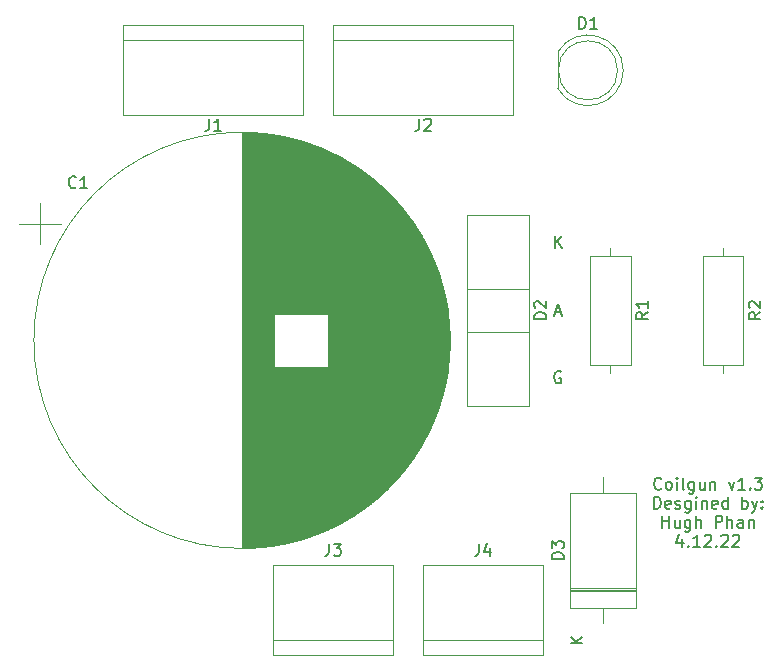
<source format=gto>
%TF.GenerationSoftware,KiCad,Pcbnew,(6.0.9)*%
%TF.CreationDate,2022-12-04T20:19:28+11:00*%
%TF.ProjectId,Coilgun 1.3,436f696c-6775-46e2-9031-2e332e6b6963,1.3*%
%TF.SameCoordinates,Original*%
%TF.FileFunction,Legend,Top*%
%TF.FilePolarity,Positive*%
%FSLAX46Y46*%
G04 Gerber Fmt 4.6, Leading zero omitted, Abs format (unit mm)*
G04 Created by KiCad (PCBNEW (6.0.9)) date 2022-12-04 20:19:28*
%MOMM*%
%LPD*%
G01*
G04 APERTURE LIST*
%ADD10C,0.150000*%
%ADD11C,0.120000*%
G04 APERTURE END LIST*
D10*
X185277619Y-101447142D02*
X185230000Y-101494761D01*
X185087142Y-101542380D01*
X184991904Y-101542380D01*
X184849047Y-101494761D01*
X184753809Y-101399523D01*
X184706190Y-101304285D01*
X184658571Y-101113809D01*
X184658571Y-100970952D01*
X184706190Y-100780476D01*
X184753809Y-100685238D01*
X184849047Y-100590000D01*
X184991904Y-100542380D01*
X185087142Y-100542380D01*
X185230000Y-100590000D01*
X185277619Y-100637619D01*
X185849047Y-101542380D02*
X185753809Y-101494761D01*
X185706190Y-101447142D01*
X185658571Y-101351904D01*
X185658571Y-101066190D01*
X185706190Y-100970952D01*
X185753809Y-100923333D01*
X185849047Y-100875714D01*
X185991904Y-100875714D01*
X186087142Y-100923333D01*
X186134761Y-100970952D01*
X186182380Y-101066190D01*
X186182380Y-101351904D01*
X186134761Y-101447142D01*
X186087142Y-101494761D01*
X185991904Y-101542380D01*
X185849047Y-101542380D01*
X186610952Y-101542380D02*
X186610952Y-100875714D01*
X186610952Y-100542380D02*
X186563333Y-100590000D01*
X186610952Y-100637619D01*
X186658571Y-100590000D01*
X186610952Y-100542380D01*
X186610952Y-100637619D01*
X187230000Y-101542380D02*
X187134761Y-101494761D01*
X187087142Y-101399523D01*
X187087142Y-100542380D01*
X188039523Y-100875714D02*
X188039523Y-101685238D01*
X187991904Y-101780476D01*
X187944285Y-101828095D01*
X187849047Y-101875714D01*
X187706190Y-101875714D01*
X187610952Y-101828095D01*
X188039523Y-101494761D02*
X187944285Y-101542380D01*
X187753809Y-101542380D01*
X187658571Y-101494761D01*
X187610952Y-101447142D01*
X187563333Y-101351904D01*
X187563333Y-101066190D01*
X187610952Y-100970952D01*
X187658571Y-100923333D01*
X187753809Y-100875714D01*
X187944285Y-100875714D01*
X188039523Y-100923333D01*
X188944285Y-100875714D02*
X188944285Y-101542380D01*
X188515714Y-100875714D02*
X188515714Y-101399523D01*
X188563333Y-101494761D01*
X188658571Y-101542380D01*
X188801428Y-101542380D01*
X188896666Y-101494761D01*
X188944285Y-101447142D01*
X189420476Y-100875714D02*
X189420476Y-101542380D01*
X189420476Y-100970952D02*
X189468095Y-100923333D01*
X189563333Y-100875714D01*
X189706190Y-100875714D01*
X189801428Y-100923333D01*
X189849047Y-101018571D01*
X189849047Y-101542380D01*
X190991904Y-100875714D02*
X191230000Y-101542380D01*
X191468095Y-100875714D01*
X192372857Y-101542380D02*
X191801428Y-101542380D01*
X192087142Y-101542380D02*
X192087142Y-100542380D01*
X191991904Y-100685238D01*
X191896666Y-100780476D01*
X191801428Y-100828095D01*
X192801428Y-101447142D02*
X192849047Y-101494761D01*
X192801428Y-101542380D01*
X192753809Y-101494761D01*
X192801428Y-101447142D01*
X192801428Y-101542380D01*
X193182380Y-100542380D02*
X193801428Y-100542380D01*
X193468095Y-100923333D01*
X193610952Y-100923333D01*
X193706190Y-100970952D01*
X193753809Y-101018571D01*
X193801428Y-101113809D01*
X193801428Y-101351904D01*
X193753809Y-101447142D01*
X193706190Y-101494761D01*
X193610952Y-101542380D01*
X193325238Y-101542380D01*
X193230000Y-101494761D01*
X193182380Y-101447142D01*
X184658571Y-103152380D02*
X184658571Y-102152380D01*
X184896666Y-102152380D01*
X185039523Y-102200000D01*
X185134761Y-102295238D01*
X185182380Y-102390476D01*
X185230000Y-102580952D01*
X185230000Y-102723809D01*
X185182380Y-102914285D01*
X185134761Y-103009523D01*
X185039523Y-103104761D01*
X184896666Y-103152380D01*
X184658571Y-103152380D01*
X186039523Y-103104761D02*
X185944285Y-103152380D01*
X185753809Y-103152380D01*
X185658571Y-103104761D01*
X185610952Y-103009523D01*
X185610952Y-102628571D01*
X185658571Y-102533333D01*
X185753809Y-102485714D01*
X185944285Y-102485714D01*
X186039523Y-102533333D01*
X186087142Y-102628571D01*
X186087142Y-102723809D01*
X185610952Y-102819047D01*
X186468095Y-103104761D02*
X186563333Y-103152380D01*
X186753809Y-103152380D01*
X186849047Y-103104761D01*
X186896666Y-103009523D01*
X186896666Y-102961904D01*
X186849047Y-102866666D01*
X186753809Y-102819047D01*
X186610952Y-102819047D01*
X186515714Y-102771428D01*
X186468095Y-102676190D01*
X186468095Y-102628571D01*
X186515714Y-102533333D01*
X186610952Y-102485714D01*
X186753809Y-102485714D01*
X186849047Y-102533333D01*
X187753809Y-102485714D02*
X187753809Y-103295238D01*
X187706190Y-103390476D01*
X187658571Y-103438095D01*
X187563333Y-103485714D01*
X187420476Y-103485714D01*
X187325238Y-103438095D01*
X187753809Y-103104761D02*
X187658571Y-103152380D01*
X187468095Y-103152380D01*
X187372857Y-103104761D01*
X187325238Y-103057142D01*
X187277619Y-102961904D01*
X187277619Y-102676190D01*
X187325238Y-102580952D01*
X187372857Y-102533333D01*
X187468095Y-102485714D01*
X187658571Y-102485714D01*
X187753809Y-102533333D01*
X188230000Y-103152380D02*
X188230000Y-102485714D01*
X188230000Y-102152380D02*
X188182380Y-102200000D01*
X188230000Y-102247619D01*
X188277619Y-102200000D01*
X188230000Y-102152380D01*
X188230000Y-102247619D01*
X188706190Y-102485714D02*
X188706190Y-103152380D01*
X188706190Y-102580952D02*
X188753809Y-102533333D01*
X188849047Y-102485714D01*
X188991904Y-102485714D01*
X189087142Y-102533333D01*
X189134761Y-102628571D01*
X189134761Y-103152380D01*
X189991904Y-103104761D02*
X189896666Y-103152380D01*
X189706190Y-103152380D01*
X189610952Y-103104761D01*
X189563333Y-103009523D01*
X189563333Y-102628571D01*
X189610952Y-102533333D01*
X189706190Y-102485714D01*
X189896666Y-102485714D01*
X189991904Y-102533333D01*
X190039523Y-102628571D01*
X190039523Y-102723809D01*
X189563333Y-102819047D01*
X190896666Y-103152380D02*
X190896666Y-102152380D01*
X190896666Y-103104761D02*
X190801428Y-103152380D01*
X190610952Y-103152380D01*
X190515714Y-103104761D01*
X190468095Y-103057142D01*
X190420476Y-102961904D01*
X190420476Y-102676190D01*
X190468095Y-102580952D01*
X190515714Y-102533333D01*
X190610952Y-102485714D01*
X190801428Y-102485714D01*
X190896666Y-102533333D01*
X192134761Y-103152380D02*
X192134761Y-102152380D01*
X192134761Y-102533333D02*
X192230000Y-102485714D01*
X192420476Y-102485714D01*
X192515714Y-102533333D01*
X192563333Y-102580952D01*
X192610952Y-102676190D01*
X192610952Y-102961904D01*
X192563333Y-103057142D01*
X192515714Y-103104761D01*
X192420476Y-103152380D01*
X192230000Y-103152380D01*
X192134761Y-103104761D01*
X192944285Y-102485714D02*
X193182380Y-103152380D01*
X193420476Y-102485714D02*
X193182380Y-103152380D01*
X193087142Y-103390476D01*
X193039523Y-103438095D01*
X192944285Y-103485714D01*
X193801428Y-103057142D02*
X193849047Y-103104761D01*
X193801428Y-103152380D01*
X193753809Y-103104761D01*
X193801428Y-103057142D01*
X193801428Y-103152380D01*
X193801428Y-102533333D02*
X193849047Y-102580952D01*
X193801428Y-102628571D01*
X193753809Y-102580952D01*
X193801428Y-102533333D01*
X193801428Y-102628571D01*
X185349047Y-104762380D02*
X185349047Y-103762380D01*
X185349047Y-104238571D02*
X185920476Y-104238571D01*
X185920476Y-104762380D02*
X185920476Y-103762380D01*
X186825238Y-104095714D02*
X186825238Y-104762380D01*
X186396666Y-104095714D02*
X186396666Y-104619523D01*
X186444285Y-104714761D01*
X186539523Y-104762380D01*
X186682380Y-104762380D01*
X186777619Y-104714761D01*
X186825238Y-104667142D01*
X187730000Y-104095714D02*
X187730000Y-104905238D01*
X187682380Y-105000476D01*
X187634761Y-105048095D01*
X187539523Y-105095714D01*
X187396666Y-105095714D01*
X187301428Y-105048095D01*
X187730000Y-104714761D02*
X187634761Y-104762380D01*
X187444285Y-104762380D01*
X187349047Y-104714761D01*
X187301428Y-104667142D01*
X187253809Y-104571904D01*
X187253809Y-104286190D01*
X187301428Y-104190952D01*
X187349047Y-104143333D01*
X187444285Y-104095714D01*
X187634761Y-104095714D01*
X187730000Y-104143333D01*
X188206190Y-104762380D02*
X188206190Y-103762380D01*
X188634761Y-104762380D02*
X188634761Y-104238571D01*
X188587142Y-104143333D01*
X188491904Y-104095714D01*
X188349047Y-104095714D01*
X188253809Y-104143333D01*
X188206190Y-104190952D01*
X189872857Y-104762380D02*
X189872857Y-103762380D01*
X190253809Y-103762380D01*
X190349047Y-103810000D01*
X190396666Y-103857619D01*
X190444285Y-103952857D01*
X190444285Y-104095714D01*
X190396666Y-104190952D01*
X190349047Y-104238571D01*
X190253809Y-104286190D01*
X189872857Y-104286190D01*
X190872857Y-104762380D02*
X190872857Y-103762380D01*
X191301428Y-104762380D02*
X191301428Y-104238571D01*
X191253809Y-104143333D01*
X191158571Y-104095714D01*
X191015714Y-104095714D01*
X190920476Y-104143333D01*
X190872857Y-104190952D01*
X192206190Y-104762380D02*
X192206190Y-104238571D01*
X192158571Y-104143333D01*
X192063333Y-104095714D01*
X191872857Y-104095714D01*
X191777619Y-104143333D01*
X192206190Y-104714761D02*
X192110952Y-104762380D01*
X191872857Y-104762380D01*
X191777619Y-104714761D01*
X191730000Y-104619523D01*
X191730000Y-104524285D01*
X191777619Y-104429047D01*
X191872857Y-104381428D01*
X192110952Y-104381428D01*
X192206190Y-104333809D01*
X192682380Y-104095714D02*
X192682380Y-104762380D01*
X192682380Y-104190952D02*
X192730000Y-104143333D01*
X192825238Y-104095714D01*
X192968095Y-104095714D01*
X193063333Y-104143333D01*
X193110952Y-104238571D01*
X193110952Y-104762380D01*
X187039523Y-105705714D02*
X187039523Y-106372380D01*
X186801428Y-105324761D02*
X186563333Y-106039047D01*
X187182380Y-106039047D01*
X187563333Y-106277142D02*
X187610952Y-106324761D01*
X187563333Y-106372380D01*
X187515714Y-106324761D01*
X187563333Y-106277142D01*
X187563333Y-106372380D01*
X188563333Y-106372380D02*
X187991904Y-106372380D01*
X188277619Y-106372380D02*
X188277619Y-105372380D01*
X188182380Y-105515238D01*
X188087142Y-105610476D01*
X187991904Y-105658095D01*
X188944285Y-105467619D02*
X188991904Y-105420000D01*
X189087142Y-105372380D01*
X189325238Y-105372380D01*
X189420476Y-105420000D01*
X189468095Y-105467619D01*
X189515714Y-105562857D01*
X189515714Y-105658095D01*
X189468095Y-105800952D01*
X188896666Y-106372380D01*
X189515714Y-106372380D01*
X189944285Y-106277142D02*
X189991904Y-106324761D01*
X189944285Y-106372380D01*
X189896666Y-106324761D01*
X189944285Y-106277142D01*
X189944285Y-106372380D01*
X190372857Y-105467619D02*
X190420476Y-105420000D01*
X190515714Y-105372380D01*
X190753809Y-105372380D01*
X190849047Y-105420000D01*
X190896666Y-105467619D01*
X190944285Y-105562857D01*
X190944285Y-105658095D01*
X190896666Y-105800952D01*
X190325238Y-106372380D01*
X190944285Y-106372380D01*
X191325238Y-105467619D02*
X191372857Y-105420000D01*
X191468095Y-105372380D01*
X191706190Y-105372380D01*
X191801428Y-105420000D01*
X191849047Y-105467619D01*
X191896666Y-105562857D01*
X191896666Y-105658095D01*
X191849047Y-105800952D01*
X191277619Y-106372380D01*
X191896666Y-106372380D01*
X176771659Y-91569894D02*
X176676421Y-91522274D01*
X176533564Y-91522274D01*
X176390707Y-91569894D01*
X176295469Y-91665132D01*
X176247850Y-91760370D01*
X176200231Y-91950846D01*
X176200231Y-92093703D01*
X176247850Y-92284179D01*
X176295469Y-92379417D01*
X176390707Y-92474655D01*
X176533564Y-92522274D01*
X176628802Y-92522274D01*
X176771659Y-92474655D01*
X176819278Y-92427036D01*
X176819278Y-92093703D01*
X176628802Y-92093703D01*
X176291904Y-86526666D02*
X176768095Y-86526666D01*
X176196666Y-86812380D02*
X176530000Y-85812380D01*
X176863333Y-86812380D01*
X176268095Y-81097380D02*
X176268095Y-80097380D01*
X176839523Y-81097380D02*
X176410952Y-80525952D01*
X176839523Y-80097380D02*
X176268095Y-80668809D01*
%TO.C,J4*%
X169846666Y-106132380D02*
X169846666Y-106846666D01*
X169799047Y-106989523D01*
X169703809Y-107084761D01*
X169560952Y-107132380D01*
X169465714Y-107132380D01*
X170751428Y-106465714D02*
X170751428Y-107132380D01*
X170513333Y-106084761D02*
X170275238Y-106799047D01*
X170894285Y-106799047D01*
%TO.C,J3*%
X157146666Y-106132380D02*
X157146666Y-106846666D01*
X157099047Y-106989523D01*
X157003809Y-107084761D01*
X156860952Y-107132380D01*
X156765714Y-107132380D01*
X157527619Y-106132380D02*
X158146666Y-106132380D01*
X157813333Y-106513333D01*
X157956190Y-106513333D01*
X158051428Y-106560952D01*
X158099047Y-106608571D01*
X158146666Y-106703809D01*
X158146666Y-106941904D01*
X158099047Y-107037142D01*
X158051428Y-107084761D01*
X157956190Y-107132380D01*
X157670476Y-107132380D01*
X157575238Y-107084761D01*
X157527619Y-107037142D01*
%TO.C,J2*%
X164796666Y-70142380D02*
X164796666Y-70856666D01*
X164749047Y-70999523D01*
X164653809Y-71094761D01*
X164510952Y-71142380D01*
X164415714Y-71142380D01*
X165225238Y-70237619D02*
X165272857Y-70190000D01*
X165368095Y-70142380D01*
X165606190Y-70142380D01*
X165701428Y-70190000D01*
X165749047Y-70237619D01*
X165796666Y-70332857D01*
X165796666Y-70428095D01*
X165749047Y-70570952D01*
X165177619Y-71142380D01*
X165796666Y-71142380D01*
%TO.C,J1*%
X147016666Y-70142380D02*
X147016666Y-70856666D01*
X146969047Y-70999523D01*
X146873809Y-71094761D01*
X146730952Y-71142380D01*
X146635714Y-71142380D01*
X148016666Y-71142380D02*
X147445238Y-71142380D01*
X147730952Y-71142380D02*
X147730952Y-70142380D01*
X147635714Y-70285238D01*
X147540476Y-70380476D01*
X147445238Y-70428095D01*
%TO.C,R2*%
X193672380Y-86526666D02*
X193196190Y-86860000D01*
X193672380Y-87098095D02*
X192672380Y-87098095D01*
X192672380Y-86717142D01*
X192720000Y-86621904D01*
X192767619Y-86574285D01*
X192862857Y-86526666D01*
X193005714Y-86526666D01*
X193100952Y-86574285D01*
X193148571Y-86621904D01*
X193196190Y-86717142D01*
X193196190Y-87098095D01*
X192767619Y-86145714D02*
X192720000Y-86098095D01*
X192672380Y-86002857D01*
X192672380Y-85764761D01*
X192720000Y-85669523D01*
X192767619Y-85621904D01*
X192862857Y-85574285D01*
X192958095Y-85574285D01*
X193100952Y-85621904D01*
X193672380Y-86193333D01*
X193672380Y-85574285D01*
%TO.C,R1*%
X184147380Y-86526666D02*
X183671190Y-86860000D01*
X184147380Y-87098095D02*
X183147380Y-87098095D01*
X183147380Y-86717142D01*
X183195000Y-86621904D01*
X183242619Y-86574285D01*
X183337857Y-86526666D01*
X183480714Y-86526666D01*
X183575952Y-86574285D01*
X183623571Y-86621904D01*
X183671190Y-86717142D01*
X183671190Y-87098095D01*
X184147380Y-85574285D02*
X184147380Y-86145714D01*
X184147380Y-85860000D02*
X183147380Y-85860000D01*
X183290238Y-85955238D01*
X183385476Y-86050476D01*
X183433095Y-86145714D01*
%TO.C,D3*%
X177007380Y-107418095D02*
X176007380Y-107418095D01*
X176007380Y-107180000D01*
X176055000Y-107037142D01*
X176150238Y-106941904D01*
X176245476Y-106894285D01*
X176435952Y-106846666D01*
X176578809Y-106846666D01*
X176769285Y-106894285D01*
X176864523Y-106941904D01*
X176959761Y-107037142D01*
X177007380Y-107180000D01*
X177007380Y-107418095D01*
X176007380Y-106513333D02*
X176007380Y-105894285D01*
X176388333Y-106227619D01*
X176388333Y-106084761D01*
X176435952Y-105989523D01*
X176483571Y-105941904D01*
X176578809Y-105894285D01*
X176816904Y-105894285D01*
X176912142Y-105941904D01*
X176959761Y-105989523D01*
X177007380Y-106084761D01*
X177007380Y-106370476D01*
X176959761Y-106465714D01*
X176912142Y-106513333D01*
X178592380Y-114561904D02*
X177592380Y-114561904D01*
X178592380Y-113990476D02*
X178020952Y-114419047D01*
X177592380Y-113990476D02*
X178163809Y-114561904D01*
%TO.C,D2*%
X175532380Y-87098095D02*
X174532380Y-87098095D01*
X174532380Y-86860000D01*
X174580000Y-86717142D01*
X174675238Y-86621904D01*
X174770476Y-86574285D01*
X174960952Y-86526666D01*
X175103809Y-86526666D01*
X175294285Y-86574285D01*
X175389523Y-86621904D01*
X175484761Y-86717142D01*
X175532380Y-86860000D01*
X175532380Y-87098095D01*
X174627619Y-86145714D02*
X174580000Y-86098095D01*
X174532380Y-86002857D01*
X174532380Y-85764761D01*
X174580000Y-85669523D01*
X174627619Y-85621904D01*
X174722857Y-85574285D01*
X174818095Y-85574285D01*
X174960952Y-85621904D01*
X175532380Y-86193333D01*
X175532380Y-85574285D01*
%TO.C,D1*%
X178331904Y-62532380D02*
X178331904Y-61532380D01*
X178570000Y-61532380D01*
X178712857Y-61580000D01*
X178808095Y-61675238D01*
X178855714Y-61770476D01*
X178903333Y-61960952D01*
X178903333Y-62103809D01*
X178855714Y-62294285D01*
X178808095Y-62389523D01*
X178712857Y-62484761D01*
X178570000Y-62532380D01*
X178331904Y-62532380D01*
X179855714Y-62532380D02*
X179284285Y-62532380D01*
X179570000Y-62532380D02*
X179570000Y-61532380D01*
X179474761Y-61675238D01*
X179379523Y-61770476D01*
X179284285Y-61818095D01*
%TO.C,C1*%
X135723333Y-75922142D02*
X135675714Y-75969761D01*
X135532857Y-76017380D01*
X135437619Y-76017380D01*
X135294761Y-75969761D01*
X135199523Y-75874523D01*
X135151904Y-75779285D01*
X135104285Y-75588809D01*
X135104285Y-75445952D01*
X135151904Y-75255476D01*
X135199523Y-75160238D01*
X135294761Y-75065000D01*
X135437619Y-75017380D01*
X135532857Y-75017380D01*
X135675714Y-75065000D01*
X135723333Y-75112619D01*
X136675714Y-76017380D02*
X136104285Y-76017380D01*
X136390000Y-76017380D02*
X136390000Y-75017380D01*
X136294761Y-75160238D01*
X136199523Y-75255476D01*
X136104285Y-75303095D01*
D11*
%TO.C,J4*%
X165100000Y-107950000D02*
X165100000Y-115570000D01*
X175260000Y-115570000D02*
X175260000Y-107950000D01*
X175260000Y-114300000D02*
X165100000Y-114300000D01*
X165100000Y-115570000D02*
X175260000Y-115570000D01*
X175260000Y-107950000D02*
X165100000Y-107950000D01*
%TO.C,J3*%
X152400000Y-107950000D02*
X152400000Y-115570000D01*
X162560000Y-115570000D02*
X162560000Y-107950000D01*
X162560000Y-114300000D02*
X152400000Y-114300000D01*
X152400000Y-115570000D02*
X162560000Y-115570000D01*
X162560000Y-107950000D02*
X152400000Y-107950000D01*
%TO.C,J2*%
X172720000Y-69850000D02*
X157480000Y-69850000D01*
X157480000Y-62230000D02*
X157480000Y-69850000D01*
X172720000Y-63500000D02*
X157480000Y-63500000D01*
X172720000Y-62230000D02*
X157480000Y-62230000D01*
X172720000Y-62230000D02*
X172720000Y-69850000D01*
%TO.C,J1*%
X154940000Y-69850000D02*
X139700000Y-69850000D01*
X139700000Y-62230000D02*
X139700000Y-69850000D01*
X154940000Y-63500000D02*
X139700000Y-63500000D01*
X154940000Y-62230000D02*
X139700000Y-62230000D01*
X154940000Y-62230000D02*
X154940000Y-69850000D01*
%TO.C,R2*%
X192220000Y-90980000D02*
X192220000Y-81740000D01*
X188780000Y-81740000D02*
X188780000Y-90980000D01*
X188780000Y-90980000D02*
X192220000Y-90980000D01*
X190500000Y-91670000D02*
X190500000Y-90980000D01*
X190500000Y-81050000D02*
X190500000Y-81740000D01*
X192220000Y-81740000D02*
X188780000Y-81740000D01*
%TO.C,R1*%
X182695000Y-81740000D02*
X179255000Y-81740000D01*
X180975000Y-81050000D02*
X180975000Y-81740000D01*
X180975000Y-91670000D02*
X180975000Y-90980000D01*
X179255000Y-90980000D02*
X182695000Y-90980000D01*
X179255000Y-81740000D02*
X179255000Y-90980000D01*
X182695000Y-90980000D02*
X182695000Y-81740000D01*
%TO.C,D3*%
X177555000Y-101800000D02*
X177555000Y-111560000D01*
X177555000Y-111560000D02*
X183125000Y-111560000D01*
X177555000Y-110132000D02*
X183125000Y-110132000D01*
X177555000Y-110012000D02*
X183125000Y-110012000D01*
X180340000Y-112860000D02*
X180340000Y-111560000D01*
X177555000Y-109892000D02*
X183125000Y-109892000D01*
X183125000Y-111560000D02*
X183125000Y-101800000D01*
X180340000Y-100500000D02*
X180340000Y-101800000D01*
X183125000Y-101800000D02*
X177555000Y-101800000D01*
%TO.C,D2*%
X174081000Y-88165000D02*
X168810000Y-88165000D01*
X168810000Y-78290000D02*
X168810000Y-94430000D01*
X174081000Y-78290000D02*
X174081000Y-94430000D01*
X174081000Y-94430000D02*
X168810000Y-94430000D01*
X174081000Y-84556000D02*
X168810000Y-84556000D01*
X174081000Y-78290000D02*
X168810000Y-78290000D01*
%TO.C,D1*%
X176510000Y-64495000D02*
X176510000Y-67585000D01*
X176510000Y-67584830D02*
G75*
G03*
X182060000Y-66039538I2560000J1544830D01*
G01*
X182060000Y-66040462D02*
G75*
G03*
X176510000Y-64495170I-2990000J462D01*
G01*
X181570000Y-66040000D02*
G75*
G03*
X181570000Y-66040000I-2500000J0D01*
G01*
%TO.C,C1*%
X165260000Y-80523000D02*
X165260000Y-97277000D01*
X155861000Y-72402000D02*
X155861000Y-86660000D01*
X159980000Y-74572000D02*
X159980000Y-103228000D01*
X161740000Y-76000000D02*
X161740000Y-101800000D01*
X151541000Y-71408000D02*
X151541000Y-106392000D01*
X166260000Y-82705000D02*
X166260000Y-95095000D01*
X153181000Y-71651000D02*
X153181000Y-86660000D01*
X154341000Y-71920000D02*
X154341000Y-86660000D01*
X164100000Y-78673000D02*
X164100000Y-99127000D01*
X166900000Y-84772000D02*
X166900000Y-93028000D01*
X165900000Y-81825000D02*
X165900000Y-95975000D01*
X158980000Y-73912000D02*
X158980000Y-103888000D01*
X157501000Y-73101000D02*
X157501000Y-104699000D01*
X156141000Y-72507000D02*
X156141000Y-86660000D01*
X166300000Y-82811000D02*
X166300000Y-94989000D01*
X153301000Y-71675000D02*
X153301000Y-86660000D01*
X152661000Y-71556000D02*
X152661000Y-86660000D01*
X157221000Y-72967000D02*
X157221000Y-104833000D01*
X150741000Y-71346000D02*
X150741000Y-106454000D01*
X154381000Y-91140000D02*
X154381000Y-105869000D01*
X156621000Y-72701000D02*
X156621000Y-86660000D01*
X152901000Y-71598000D02*
X152901000Y-86660000D01*
X154901000Y-91140000D02*
X154901000Y-105720000D01*
X161980000Y-76226000D02*
X161980000Y-101574000D01*
X153821000Y-91140000D02*
X153821000Y-106011000D01*
X160660000Y-75080000D02*
X160660000Y-102720000D01*
X156221000Y-91140000D02*
X156221000Y-105261000D01*
X150460000Y-71333000D02*
X150460000Y-106467000D01*
X157061000Y-72894000D02*
X157061000Y-104906000D01*
X155501000Y-91140000D02*
X155501000Y-105526000D01*
X151861000Y-71443000D02*
X151861000Y-106357000D01*
X160100000Y-74658000D02*
X160100000Y-103142000D01*
X154261000Y-71899000D02*
X154261000Y-86660000D01*
X152461000Y-71525000D02*
X152461000Y-106275000D01*
X152981000Y-71613000D02*
X152981000Y-86660000D01*
X155821000Y-91140000D02*
X155821000Y-105413000D01*
X159740000Y-74405000D02*
X159740000Y-103395000D01*
X163420000Y-77785000D02*
X163420000Y-100015000D01*
X152861000Y-71591000D02*
X152861000Y-86660000D01*
X154221000Y-91140000D02*
X154221000Y-105912000D01*
X156861000Y-91140000D02*
X156861000Y-104995000D01*
X154821000Y-91140000D02*
X154821000Y-105744000D01*
X154661000Y-91140000D02*
X154661000Y-105791000D01*
X130925998Y-79025000D02*
X134425998Y-79025000D01*
X154861000Y-72068000D02*
X154861000Y-86660000D01*
X155221000Y-72180000D02*
X155221000Y-86660000D01*
X160460000Y-74925000D02*
X160460000Y-102875000D01*
X155301000Y-72206000D02*
X155301000Y-86660000D01*
X154181000Y-71878000D02*
X154181000Y-86660000D01*
X152741000Y-91140000D02*
X152741000Y-106230000D01*
X164420000Y-79135000D02*
X164420000Y-98665000D01*
X166180000Y-82497000D02*
X166180000Y-95303000D01*
X156821000Y-91140000D02*
X156821000Y-105013000D01*
X153261000Y-91140000D02*
X153261000Y-106133000D01*
X156381000Y-91140000D02*
X156381000Y-105198000D01*
X153421000Y-91140000D02*
X153421000Y-106100000D01*
X166420000Y-83145000D02*
X166420000Y-94655000D01*
X153221000Y-91140000D02*
X153221000Y-106141000D01*
X163980000Y-78508000D02*
X163980000Y-99292000D01*
X151021000Y-71363000D02*
X151021000Y-106437000D01*
X155221000Y-91140000D02*
X155221000Y-105620000D01*
X165580000Y-81141000D02*
X165580000Y-96659000D01*
X152621000Y-91140000D02*
X152621000Y-106250000D01*
X154821000Y-72056000D02*
X154821000Y-86660000D01*
X156261000Y-72554000D02*
X156261000Y-86660000D01*
X154941000Y-72092000D02*
X154941000Y-86660000D01*
X150420000Y-71331000D02*
X150420000Y-106469000D01*
X162220000Y-76461000D02*
X162220000Y-101339000D01*
X166340000Y-82920000D02*
X166340000Y-94880000D01*
X164020000Y-78562000D02*
X164020000Y-99238000D01*
X151821000Y-71438000D02*
X151821000Y-106362000D01*
X163300000Y-77640000D02*
X163300000Y-100160000D01*
X156981000Y-91140000D02*
X156981000Y-104942000D01*
X156301000Y-91140000D02*
X156301000Y-105230000D01*
X154581000Y-71986000D02*
X154581000Y-86660000D01*
X151301000Y-71385000D02*
X151301000Y-106415000D01*
X162660000Y-76916000D02*
X162660000Y-100884000D01*
X152901000Y-91140000D02*
X152901000Y-106202000D01*
X158580000Y-73674000D02*
X158580000Y-104126000D01*
X153221000Y-71659000D02*
X153221000Y-86660000D01*
X167100000Y-85702000D02*
X167100000Y-92098000D01*
X160020000Y-74601000D02*
X160020000Y-103199000D01*
X157621000Y-73160000D02*
X157621000Y-104640000D01*
X158900000Y-73863000D02*
X158900000Y-103937000D01*
X155181000Y-72167000D02*
X155181000Y-86660000D01*
X149980000Y-71321000D02*
X149980000Y-106479000D01*
X160780000Y-75175000D02*
X160780000Y-102625000D01*
X155741000Y-72358000D02*
X155741000Y-86660000D01*
X165700000Y-81388000D02*
X165700000Y-96412000D01*
X151501000Y-71404000D02*
X151501000Y-106396000D01*
X152741000Y-71570000D02*
X152741000Y-86660000D01*
X153461000Y-71708000D02*
X153461000Y-86660000D01*
X154541000Y-71975000D02*
X154541000Y-86660000D01*
X151981000Y-71457000D02*
X151981000Y-106343000D01*
X156941000Y-91140000D02*
X156941000Y-104960000D01*
X166100000Y-82297000D02*
X166100000Y-95503000D01*
X161580000Y-75854000D02*
X161580000Y-101946000D01*
X164540000Y-79316000D02*
X164540000Y-98484000D01*
X162340000Y-76582000D02*
X162340000Y-101218000D01*
X155941000Y-72431000D02*
X155941000Y-86660000D01*
X151621000Y-71416000D02*
X151621000Y-106384000D01*
X153621000Y-71743000D02*
X153621000Y-86660000D01*
X166660000Y-83887000D02*
X166660000Y-93913000D01*
X166020000Y-82104000D02*
X166020000Y-95696000D01*
X152221000Y-71489000D02*
X152221000Y-106311000D01*
X157461000Y-73081000D02*
X157461000Y-104719000D01*
X161420000Y-75712000D02*
X161420000Y-102088000D01*
X163740000Y-78189000D02*
X163740000Y-99611000D01*
X155301000Y-91140000D02*
X155301000Y-105594000D01*
X150380000Y-71330000D02*
X150380000Y-106470000D01*
X158140000Y-73429000D02*
X158140000Y-104371000D01*
X151661000Y-71420000D02*
X151661000Y-106380000D01*
X156741000Y-72752000D02*
X156741000Y-86660000D01*
X159460000Y-74217000D02*
X159460000Y-103583000D01*
X161860000Y-76112000D02*
X161860000Y-101688000D01*
X161540000Y-75818000D02*
X161540000Y-101982000D01*
X159900000Y-74516000D02*
X159900000Y-103284000D01*
X155581000Y-91140000D02*
X155581000Y-105499000D01*
X155141000Y-91140000D02*
X155141000Y-105645000D01*
X154021000Y-91140000D02*
X154021000Y-105963000D01*
X153141000Y-91140000D02*
X153141000Y-106157000D01*
X151261000Y-71382000D02*
X151261000Y-106418000D01*
X155341000Y-72220000D02*
X155341000Y-86660000D01*
X155941000Y-91140000D02*
X155941000Y-105369000D01*
X165060000Y-80165000D02*
X165060000Y-97635000D01*
X156701000Y-91140000D02*
X156701000Y-105065000D01*
X155741000Y-91140000D02*
X155741000Y-105442000D01*
X162820000Y-77089000D02*
X162820000Y-100711000D01*
X162620000Y-76873000D02*
X162620000Y-100927000D01*
X167300000Y-87065000D02*
X167300000Y-90735000D01*
X160260000Y-74775000D02*
X160260000Y-103025000D01*
X159860000Y-74488000D02*
X159860000Y-103312000D01*
X158340000Y-73539000D02*
X158340000Y-104261000D01*
X154141000Y-71867000D02*
X154141000Y-86660000D01*
X162860000Y-77134000D02*
X162860000Y-100666000D01*
X167340000Y-87487000D02*
X167340000Y-90313000D01*
X155021000Y-72117000D02*
X155021000Y-86660000D01*
X154301000Y-71909000D02*
X154301000Y-86660000D01*
X154781000Y-72044000D02*
X154781000Y-86660000D01*
X150861000Y-71353000D02*
X150861000Y-106447000D01*
X156061000Y-72477000D02*
X156061000Y-86660000D01*
X164500000Y-79255000D02*
X164500000Y-98545000D01*
X154141000Y-91140000D02*
X154141000Y-105933000D01*
X162700000Y-76959000D02*
X162700000Y-100841000D01*
X154101000Y-71857000D02*
X154101000Y-86660000D01*
X165460000Y-80902000D02*
X165460000Y-96898000D01*
X154781000Y-91140000D02*
X154781000Y-105756000D01*
X156221000Y-72539000D02*
X156221000Y-86660000D01*
X155701000Y-72344000D02*
X155701000Y-86660000D01*
X155021000Y-91140000D02*
X155021000Y-105683000D01*
X156621000Y-91140000D02*
X156621000Y-105099000D01*
X156941000Y-72840000D02*
X156941000Y-86660000D01*
X165660000Y-81305000D02*
X165660000Y-96495000D01*
X166580000Y-83627000D02*
X166580000Y-94173000D01*
X163260000Y-77593000D02*
X163260000Y-100207000D01*
X166860000Y-84611000D02*
X166860000Y-93189000D01*
X151741000Y-71429000D02*
X151741000Y-106371000D01*
X156061000Y-91140000D02*
X156061000Y-105323000D01*
X154501000Y-71963000D02*
X154501000Y-86660000D01*
X155541000Y-72288000D02*
X155541000Y-86660000D01*
X161900000Y-76150000D02*
X161900000Y-101650000D01*
X155381000Y-91140000D02*
X155381000Y-105567000D01*
X150981000Y-71360000D02*
X150981000Y-106440000D01*
X163180000Y-77498000D02*
X163180000Y-100302000D01*
X151781000Y-71433000D02*
X151781000Y-106367000D01*
X154701000Y-72020000D02*
X154701000Y-86660000D01*
X159700000Y-74377000D02*
X159700000Y-103423000D01*
X157941000Y-73323000D02*
X157941000Y-104477000D01*
X157181000Y-72949000D02*
X157181000Y-104851000D01*
X155101000Y-91140000D02*
X155101000Y-105658000D01*
X162540000Y-76789000D02*
X162540000Y-101011000D01*
X160540000Y-74986000D02*
X160540000Y-102814000D01*
X153381000Y-91140000D02*
X153381000Y-106109000D01*
X156141000Y-91140000D02*
X156141000Y-105293000D01*
X162380000Y-76623000D02*
X162380000Y-101177000D01*
X159220000Y-74062000D02*
X159220000Y-103738000D01*
X160380000Y-74865000D02*
X160380000Y-102935000D01*
X167180000Y-86164000D02*
X167180000Y-91636000D01*
X166780000Y-84307000D02*
X166780000Y-93493000D01*
X156261000Y-91140000D02*
X156261000Y-105246000D01*
X154061000Y-91140000D02*
X154061000Y-105953000D01*
X157021000Y-72876000D02*
X157021000Y-104924000D01*
X164220000Y-78842000D02*
X164220000Y-98958000D01*
X154741000Y-72032000D02*
X154741000Y-86660000D01*
X158260000Y-73494000D02*
X158260000Y-104306000D01*
X153901000Y-71808000D02*
X153901000Y-86660000D01*
X154301000Y-91140000D02*
X154301000Y-105891000D01*
X155261000Y-72193000D02*
X155261000Y-86660000D01*
X156741000Y-91140000D02*
X156741000Y-105048000D01*
X153901000Y-91140000D02*
X153901000Y-105992000D01*
X159020000Y-73937000D02*
X159020000Y-103863000D01*
X154021000Y-71837000D02*
X154021000Y-86660000D01*
X154381000Y-71931000D02*
X154381000Y-86660000D01*
X161820000Y-76075000D02*
X161820000Y-101725000D01*
X158820000Y-73815000D02*
X158820000Y-103985000D01*
X160820000Y-75207000D02*
X160820000Y-102593000D01*
X159940000Y-74544000D02*
X159940000Y-103256000D01*
X150220000Y-71325000D02*
X150220000Y-106475000D01*
X154461000Y-91140000D02*
X154461000Y-105848000D01*
X154221000Y-71888000D02*
X154221000Y-86660000D01*
X150621000Y-71340000D02*
X150621000Y-106460000D01*
X161500000Y-75783000D02*
X161500000Y-102017000D01*
X166700000Y-84022000D02*
X166700000Y-93778000D01*
X157381000Y-73043000D02*
X157381000Y-104757000D01*
X164740000Y-79630000D02*
X164740000Y-98170000D01*
X150821000Y-71350000D02*
X150821000Y-106450000D01*
X162300000Y-76541000D02*
X162300000Y-101259000D01*
X155901000Y-72416000D02*
X155901000Y-86660000D01*
X152541000Y-71537000D02*
X152541000Y-86660000D01*
X166620000Y-83755000D02*
X166620000Y-94045000D01*
X160900000Y-75272000D02*
X160900000Y-102528000D01*
X152581000Y-71543000D02*
X152581000Y-86660000D01*
X161780000Y-76037000D02*
X161780000Y-101763000D01*
X162980000Y-77268000D02*
X162980000Y-100532000D01*
X166940000Y-84940000D02*
X166940000Y-92860000D01*
X158620000Y-73697000D02*
X158620000Y-104103000D01*
X150020000Y-71321000D02*
X150020000Y-106479000D01*
X150140000Y-71323000D02*
X150140000Y-106477000D01*
X155341000Y-91140000D02*
X155341000Y-105580000D01*
X165820000Y-81647000D02*
X165820000Y-96153000D01*
X154501000Y-91140000D02*
X154501000Y-105837000D01*
X164340000Y-79016000D02*
X164340000Y-98784000D01*
X163340000Y-77688000D02*
X163340000Y-100112000D01*
X163380000Y-77737000D02*
X163380000Y-100063000D01*
X158460000Y-73606000D02*
X158460000Y-104194000D01*
X151141000Y-71372000D02*
X151141000Y-106428000D01*
X152541000Y-91140000D02*
X152541000Y-106263000D01*
X149820000Y-71320000D02*
X149820000Y-106480000D01*
X164900000Y-79892000D02*
X164900000Y-97908000D01*
X154981000Y-91140000D02*
X154981000Y-105696000D01*
X155061000Y-91140000D02*
X155061000Y-105671000D01*
X153061000Y-91140000D02*
X153061000Y-106173000D01*
X158700000Y-73744000D02*
X158700000Y-104056000D01*
X165980000Y-82010000D02*
X165980000Y-95790000D01*
X158660000Y-73721000D02*
X158660000Y-104079000D01*
X152621000Y-71550000D02*
X152621000Y-86660000D01*
X156381000Y-72602000D02*
X156381000Y-86660000D01*
X153861000Y-71798000D02*
X153861000Y-86660000D01*
X162580000Y-76831000D02*
X162580000Y-100969000D01*
X154741000Y-91140000D02*
X154741000Y-105768000D01*
X153861000Y-91140000D02*
X153861000Y-106002000D01*
X159540000Y-74270000D02*
X159540000Y-103530000D01*
X165860000Y-81735000D02*
X165860000Y-96065000D01*
X157980000Y-73344000D02*
X157980000Y-104456000D01*
X150340000Y-71328000D02*
X150340000Y-106472000D01*
X153701000Y-91140000D02*
X153701000Y-106039000D01*
X166460000Y-83261000D02*
X166460000Y-94539000D01*
X167260000Y-86723000D02*
X167260000Y-91077000D01*
X156661000Y-91140000D02*
X156661000Y-105082000D01*
X165740000Y-81473000D02*
X165740000Y-96327000D01*
X165380000Y-80748000D02*
X165380000Y-97052000D01*
X150260000Y-71326000D02*
X150260000Y-106474000D01*
X151221000Y-71378000D02*
X151221000Y-106422000D01*
X158220000Y-73472000D02*
X158220000Y-104328000D01*
X160940000Y-75304000D02*
X160940000Y-102496000D01*
X155701000Y-91140000D02*
X155701000Y-105456000D01*
X152101000Y-71473000D02*
X152101000Y-106327000D01*
X156861000Y-72805000D02*
X156861000Y-86660000D01*
X159660000Y-74350000D02*
X159660000Y-103450000D01*
X164620000Y-79440000D02*
X164620000Y-98360000D01*
X157581000Y-73140000D02*
X157581000Y-104660000D01*
X164660000Y-79503000D02*
X164660000Y-98297000D01*
X155621000Y-91140000D02*
X155621000Y-105485000D01*
X154101000Y-91140000D02*
X154101000Y-105943000D01*
X165020000Y-80096000D02*
X165020000Y-97704000D01*
X165420000Y-80824000D02*
X165420000Y-96976000D01*
X153181000Y-91140000D02*
X153181000Y-106149000D01*
X154941000Y-91140000D02*
X154941000Y-105708000D01*
X160340000Y-74835000D02*
X160340000Y-102965000D01*
X162940000Y-77223000D02*
X162940000Y-100577000D01*
X156541000Y-91140000D02*
X156541000Y-105132000D01*
X163860000Y-78346000D02*
X163860000Y-99454000D01*
X165500000Y-80980000D02*
X165500000Y-96820000D01*
X152381000Y-71512000D02*
X152381000Y-106288000D01*
X156461000Y-91140000D02*
X156461000Y-105165000D01*
X160620000Y-75049000D02*
X160620000Y-102751000D01*
X161300000Y-75607000D02*
X161300000Y-102193000D01*
X161020000Y-75370000D02*
X161020000Y-102430000D01*
X161060000Y-75403000D02*
X161060000Y-102397000D01*
X152941000Y-91140000D02*
X152941000Y-106195000D01*
X154701000Y-91140000D02*
X154701000Y-105780000D01*
X150300000Y-71327000D02*
X150300000Y-106473000D01*
X156701000Y-72735000D02*
X156701000Y-86660000D01*
X163620000Y-78035000D02*
X163620000Y-99765000D01*
X132675998Y-77275000D02*
X132675998Y-80775000D01*
X166380000Y-83032000D02*
X166380000Y-94768000D01*
X164780000Y-79695000D02*
X164780000Y-98105000D01*
X160740000Y-75143000D02*
X160740000Y-102657000D01*
X166500000Y-83380000D02*
X166500000Y-94420000D01*
X161700000Y-75963000D02*
X161700000Y-101837000D01*
X166740000Y-84162000D02*
X166740000Y-93638000D01*
X154621000Y-91140000D02*
X154621000Y-105803000D01*
X153741000Y-71770000D02*
X153741000Y-86660000D01*
X161100000Y-75437000D02*
X161100000Y-102363000D01*
X157261000Y-72986000D02*
X157261000Y-104814000D01*
X150661000Y-71341000D02*
X150661000Y-106459000D01*
X156301000Y-72570000D02*
X156301000Y-86660000D01*
X152941000Y-71605000D02*
X152941000Y-86660000D01*
X156781000Y-72770000D02*
X156781000Y-86660000D01*
X154621000Y-71997000D02*
X154621000Y-86660000D01*
X153701000Y-71761000D02*
X153701000Y-86660000D01*
X155261000Y-91140000D02*
X155261000Y-105607000D01*
X158300000Y-73516000D02*
X158300000Y-104284000D01*
X149780000Y-71320000D02*
X149780000Y-106480000D01*
X151061000Y-71366000D02*
X151061000Y-106434000D01*
X155061000Y-72129000D02*
X155061000Y-86660000D01*
X153981000Y-91140000D02*
X153981000Y-105973000D01*
X154461000Y-71952000D02*
X154461000Y-86660000D01*
X159780000Y-74432000D02*
X159780000Y-103368000D01*
X155661000Y-91140000D02*
X155661000Y-105470000D01*
X161180000Y-75504000D02*
X161180000Y-102296000D01*
X162260000Y-76501000D02*
X162260000Y-101299000D01*
X151901000Y-71448000D02*
X151901000Y-106352000D01*
X153261000Y-71667000D02*
X153261000Y-86660000D01*
X159340000Y-74138000D02*
X159340000Y-103662000D01*
X154861000Y-91140000D02*
X154861000Y-105732000D01*
X155621000Y-72315000D02*
X155621000Y-86660000D01*
X160860000Y-75239000D02*
X160860000Y-102561000D01*
X151181000Y-71375000D02*
X151181000Y-106425000D01*
X163140000Y-77451000D02*
X163140000Y-100349000D01*
X155421000Y-91140000D02*
X155421000Y-105553000D01*
X155461000Y-72260000D02*
X155461000Y-86660000D01*
X153781000Y-91140000D02*
X153781000Y-106020000D01*
X165940000Y-81917000D02*
X165940000Y-95883000D01*
X160500000Y-74956000D02*
X160500000Y-102844000D01*
X161220000Y-75538000D02*
X161220000Y-102262000D01*
X150581000Y-71338000D02*
X150581000Y-106462000D01*
X154181000Y-91140000D02*
X154181000Y-105922000D01*
X162740000Y-77002000D02*
X162740000Y-100798000D01*
X160140000Y-74687000D02*
X160140000Y-103113000D01*
X157741000Y-73220000D02*
X157741000Y-104580000D01*
X161340000Y-75642000D02*
X161340000Y-102158000D01*
X155381000Y-72233000D02*
X155381000Y-86660000D01*
X156501000Y-72651000D02*
X156501000Y-86660000D01*
X156341000Y-91140000D02*
X156341000Y-105214000D01*
X162020000Y-76265000D02*
X162020000Y-101535000D01*
X163220000Y-77545000D02*
X163220000Y-100255000D01*
X156021000Y-72461000D02*
X156021000Y-86660000D01*
X157861000Y-73281000D02*
X157861000Y-104519000D01*
X158380000Y-73561000D02*
X158380000Y-104239000D01*
X149860000Y-71320000D02*
X149860000Y-106480000D01*
X155101000Y-72142000D02*
X155101000Y-86660000D01*
X152141000Y-71478000D02*
X152141000Y-106322000D01*
X164140000Y-78729000D02*
X164140000Y-99071000D01*
X154901000Y-72080000D02*
X154901000Y-86660000D01*
X158540000Y-73651000D02*
X158540000Y-104149000D01*
X152781000Y-91140000D02*
X152781000Y-106223000D01*
X157341000Y-73024000D02*
X157341000Y-104776000D01*
X158020000Y-73365000D02*
X158020000Y-104435000D01*
X151581000Y-71412000D02*
X151581000Y-106388000D01*
X151701000Y-71424000D02*
X151701000Y-106376000D01*
X151461000Y-71400000D02*
X151461000Y-106400000D01*
X166540000Y-83502000D02*
X166540000Y-94298000D01*
X159420000Y-74190000D02*
X159420000Y-103610000D01*
X153821000Y-71789000D02*
X153821000Y-86660000D01*
X159620000Y-74323000D02*
X159620000Y-103477000D01*
X156181000Y-72523000D02*
X156181000Y-86660000D01*
X151421000Y-71396000D02*
X151421000Y-106404000D01*
X154581000Y-91140000D02*
X154581000Y-105814000D01*
X163900000Y-78400000D02*
X163900000Y-99400000D01*
X155501000Y-72274000D02*
X155501000Y-86660000D01*
X154061000Y-71847000D02*
X154061000Y-86660000D01*
X152821000Y-71584000D02*
X152821000Y-86660000D01*
X165780000Y-81559000D02*
X165780000Y-96241000D01*
X157421000Y-73062000D02*
X157421000Y-104738000D01*
X156661000Y-72718000D02*
X156661000Y-86660000D01*
X158420000Y-73583000D02*
X158420000Y-104217000D01*
X155181000Y-91140000D02*
X155181000Y-105633000D01*
X159500000Y-74243000D02*
X159500000Y-103557000D01*
X153661000Y-71752000D02*
X153661000Y-86660000D01*
X156581000Y-91140000D02*
X156581000Y-105115000D01*
X161460000Y-75747000D02*
X161460000Y-102053000D01*
X166220000Y-82600000D02*
X166220000Y-95200000D01*
X161660000Y-75927000D02*
X161660000Y-101873000D01*
X159180000Y-74036000D02*
X159180000Y-103764000D01*
X165220000Y-80450000D02*
X165220000Y-97350000D01*
X160980000Y-75337000D02*
X160980000Y-102463000D01*
X152181000Y-71484000D02*
X152181000Y-106316000D01*
X165340000Y-80672000D02*
X165340000Y-97128000D01*
X153661000Y-91140000D02*
X153661000Y-106048000D01*
X157101000Y-72912000D02*
X157101000Y-104888000D01*
X152501000Y-71531000D02*
X152501000Y-106269000D01*
X161380000Y-75677000D02*
X161380000Y-102123000D01*
X154421000Y-71941000D02*
X154421000Y-86660000D01*
X164700000Y-79566000D02*
X164700000Y-98234000D01*
X156781000Y-91140000D02*
X156781000Y-105030000D01*
X167020000Y-85300000D02*
X167020000Y-92500000D01*
X152261000Y-71495000D02*
X152261000Y-106305000D01*
X150941000Y-71358000D02*
X150941000Y-106442000D01*
X158740000Y-73768000D02*
X158740000Y-104032000D01*
X162420000Y-76664000D02*
X162420000Y-101136000D01*
X150180000Y-71324000D02*
X150180000Y-106476000D01*
X152861000Y-91140000D02*
X152861000Y-106209000D01*
X161940000Y-76188000D02*
X161940000Y-101612000D01*
X156981000Y-72858000D02*
X156981000Y-86660000D01*
X153741000Y-91140000D02*
X153741000Y-106030000D01*
X155981000Y-91140000D02*
X155981000Y-105354000D01*
X152781000Y-71577000D02*
X152781000Y-86660000D01*
X157141000Y-72930000D02*
X157141000Y-104870000D01*
X156421000Y-72619000D02*
X156421000Y-86660000D01*
X156541000Y-72668000D02*
X156541000Y-86660000D01*
X167140000Y-85924000D02*
X167140000Y-91876000D01*
X152701000Y-71563000D02*
X152701000Y-86660000D01*
X155781000Y-72373000D02*
X155781000Y-86660000D01*
X153341000Y-71683000D02*
X153341000Y-86660000D01*
X156821000Y-72787000D02*
X156821000Y-86660000D01*
X161620000Y-75890000D02*
X161620000Y-101910000D01*
X159380000Y-74164000D02*
X159380000Y-103636000D01*
X159820000Y-74460000D02*
X159820000Y-103340000D01*
X160060000Y-74629000D02*
X160060000Y-103171000D01*
X151101000Y-71369000D02*
X151101000Y-106431000D01*
X164860000Y-79826000D02*
X164860000Y-97974000D01*
X159580000Y-74296000D02*
X159580000Y-103504000D01*
X155141000Y-72155000D02*
X155141000Y-86660000D01*
X153021000Y-91140000D02*
X153021000Y-106180000D01*
X153141000Y-71643000D02*
X153141000Y-86660000D01*
X162140000Y-76382000D02*
X162140000Y-101418000D01*
X162460000Y-76705000D02*
X162460000Y-101095000D01*
X153061000Y-71627000D02*
X153061000Y-86660000D01*
X158100000Y-73408000D02*
X158100000Y-104392000D01*
X155421000Y-72247000D02*
X155421000Y-86660000D01*
X163020000Y-77313000D02*
X163020000Y-100487000D01*
X158500000Y-73629000D02*
X158500000Y-104171000D01*
X155901000Y-91140000D02*
X155901000Y-105384000D01*
X154261000Y-91140000D02*
X154261000Y-105901000D01*
X152661000Y-91140000D02*
X152661000Y-106244000D01*
X162060000Y-76304000D02*
X162060000Y-101496000D01*
X149940000Y-71320000D02*
X149940000Y-106480000D01*
X156101000Y-91140000D02*
X156101000Y-105308000D01*
X163780000Y-78241000D02*
X163780000Y-99559000D01*
X165300000Y-80597000D02*
X165300000Y-97203000D01*
X158180000Y-73451000D02*
X158180000Y-104349000D01*
X167380000Y-88100000D02*
X167380000Y-89700000D01*
X161260000Y-75573000D02*
X161260000Y-102227000D01*
X150541000Y-71336000D02*
X150541000Y-106464000D01*
X152821000Y-91140000D02*
X152821000Y-106216000D01*
X151381000Y-71392000D02*
X151381000Y-106408000D01*
X162100000Y-76343000D02*
X162100000Y-101457000D01*
X154981000Y-72104000D02*
X154981000Y-86660000D01*
X164300000Y-78958000D02*
X164300000Y-98842000D01*
X156901000Y-72822000D02*
X156901000Y-86660000D01*
X153381000Y-71691000D02*
X153381000Y-86660000D01*
X155781000Y-91140000D02*
X155781000Y-105427000D01*
X154421000Y-91140000D02*
X154421000Y-105859000D01*
X165100000Y-80235000D02*
X165100000Y-97565000D01*
X150901000Y-71355000D02*
X150901000Y-106445000D01*
X164940000Y-79960000D02*
X164940000Y-97840000D01*
X155581000Y-72301000D02*
X155581000Y-86660000D01*
X163460000Y-77834000D02*
X163460000Y-99966000D01*
X156901000Y-91140000D02*
X156901000Y-104978000D01*
X156581000Y-72685000D02*
X156581000Y-86660000D01*
X150781000Y-71348000D02*
X150781000Y-106452000D01*
X155981000Y-72446000D02*
X155981000Y-86660000D01*
X167060000Y-85495000D02*
X167060000Y-92305000D01*
X164260000Y-78900000D02*
X164260000Y-98900000D01*
X157701000Y-73200000D02*
X157701000Y-104600000D01*
X166060000Y-82200000D02*
X166060000Y-95600000D01*
X158860000Y-73839000D02*
X158860000Y-103961000D01*
X163940000Y-78453000D02*
X163940000Y-99347000D01*
X155541000Y-91140000D02*
X155541000Y-105512000D01*
X162180000Y-76421000D02*
X162180000Y-101379000D01*
X153501000Y-71717000D02*
X153501000Y-86660000D01*
X156021000Y-91140000D02*
X156021000Y-105339000D01*
X153581000Y-91140000D02*
X153581000Y-106066000D01*
X167220000Y-86427000D02*
X167220000Y-91373000D01*
X153501000Y-91140000D02*
X153501000Y-106083000D01*
X166140000Y-82396000D02*
X166140000Y-95404000D01*
X154341000Y-91140000D02*
X154341000Y-105880000D01*
X159060000Y-73961000D02*
X159060000Y-103839000D01*
X162500000Y-76747000D02*
X162500000Y-101053000D01*
X163540000Y-77934000D02*
X163540000Y-99866000D01*
X154661000Y-72009000D02*
X154661000Y-86660000D01*
X155861000Y-91140000D02*
X155861000Y-105398000D01*
X166820000Y-84456000D02*
X166820000Y-93344000D01*
X163660000Y-78085000D02*
X163660000Y-99715000D01*
X153301000Y-91140000D02*
X153301000Y-106125000D01*
X152421000Y-71518000D02*
X152421000Y-106282000D01*
X152701000Y-91140000D02*
X152701000Y-106237000D01*
X153541000Y-71725000D02*
X153541000Y-86660000D01*
X155661000Y-72330000D02*
X155661000Y-86660000D01*
X150701000Y-71344000D02*
X150701000Y-106456000D01*
X164980000Y-80027000D02*
X164980000Y-97773000D01*
X160300000Y-74805000D02*
X160300000Y-102995000D01*
X165140000Y-80306000D02*
X165140000Y-97494000D01*
X159260000Y-74087000D02*
X159260000Y-103713000D01*
X164380000Y-79075000D02*
X164380000Y-98725000D01*
X156421000Y-91140000D02*
X156421000Y-105181000D01*
X156461000Y-72635000D02*
X156461000Y-86660000D01*
X156181000Y-91140000D02*
X156181000Y-105277000D01*
X164820000Y-79760000D02*
X164820000Y-98040000D01*
X158940000Y-73888000D02*
X158940000Y-103912000D01*
X152021000Y-71462000D02*
X152021000Y-106338000D01*
X163820000Y-78293000D02*
X163820000Y-99507000D01*
X163100000Y-77405000D02*
X163100000Y-100395000D01*
X161140000Y-75470000D02*
X161140000Y-102330000D01*
X165180000Y-80378000D02*
X165180000Y-97422000D01*
X155821000Y-72387000D02*
X155821000Y-86660000D01*
X150060000Y-71322000D02*
X150060000Y-106478000D01*
X152341000Y-71506000D02*
X152341000Y-106294000D01*
X164460000Y-79195000D02*
X164460000Y-98605000D01*
X153341000Y-91140000D02*
X153341000Y-106117000D01*
X153941000Y-71818000D02*
X153941000Y-86660000D01*
X150100000Y-71322000D02*
X150100000Y-106478000D01*
X153941000Y-91140000D02*
X153941000Y-105982000D01*
X164180000Y-78785000D02*
X164180000Y-99015000D01*
X151341000Y-71389000D02*
X151341000Y-106411000D01*
X166980000Y-85115000D02*
X166980000Y-92685000D01*
X160220000Y-74745000D02*
X160220000Y-103055000D01*
X152581000Y-91140000D02*
X152581000Y-106257000D01*
X165620000Y-81222000D02*
X165620000Y-96578000D01*
X153461000Y-91140000D02*
X153461000Y-106092000D01*
X153101000Y-91140000D02*
X153101000Y-106165000D01*
X156101000Y-72492000D02*
X156101000Y-86660000D01*
X157901000Y-73302000D02*
X157901000Y-104498000D01*
X157541000Y-73120000D02*
X157541000Y-104680000D01*
X160420000Y-74895000D02*
X160420000Y-102905000D01*
X152301000Y-71501000D02*
X152301000Y-106299000D01*
X164580000Y-79378000D02*
X164580000Y-98422000D01*
X151941000Y-71452000D02*
X151941000Y-106348000D01*
X150501000Y-71334000D02*
X150501000Y-106466000D01*
X155461000Y-91140000D02*
X155461000Y-105540000D01*
X159140000Y-74011000D02*
X159140000Y-103789000D01*
X153101000Y-71635000D02*
X153101000Y-86660000D01*
X152061000Y-71468000D02*
X152061000Y-106332000D01*
X160580000Y-75017000D02*
X160580000Y-102783000D01*
X157661000Y-73180000D02*
X157661000Y-104620000D01*
X153781000Y-71780000D02*
X153781000Y-86660000D01*
X157781000Y-73240000D02*
X157781000Y-104560000D01*
X157301000Y-73005000D02*
X157301000Y-104795000D01*
X164060000Y-78617000D02*
X164060000Y-99183000D01*
X153621000Y-91140000D02*
X153621000Y-106057000D01*
X153541000Y-91140000D02*
X153541000Y-106075000D01*
X153581000Y-71734000D02*
X153581000Y-86660000D01*
X152981000Y-91140000D02*
X152981000Y-106187000D01*
X165540000Y-81060000D02*
X165540000Y-96740000D01*
X156501000Y-91140000D02*
X156501000Y-105149000D01*
X162780000Y-77046000D02*
X162780000Y-100754000D01*
X158060000Y-73386000D02*
X158060000Y-104414000D01*
X159100000Y-73986000D02*
X159100000Y-103814000D01*
X157821000Y-73261000D02*
X157821000Y-104539000D01*
X163500000Y-77884000D02*
X163500000Y-99916000D01*
X153021000Y-71620000D02*
X153021000Y-86660000D01*
X159300000Y-74113000D02*
X159300000Y-103687000D01*
X163700000Y-78137000D02*
X163700000Y-99663000D01*
X160700000Y-75111000D02*
X160700000Y-102689000D01*
X154541000Y-91140000D02*
X154541000Y-105825000D01*
X149900000Y-71320000D02*
X149900000Y-106480000D01*
X162900000Y-77178000D02*
X162900000Y-100622000D01*
X160180000Y-74716000D02*
X160180000Y-103084000D01*
X153981000Y-71827000D02*
X153981000Y-86660000D01*
X156341000Y-72586000D02*
X156341000Y-86660000D01*
X153421000Y-71700000D02*
X153421000Y-86660000D01*
X158780000Y-73791000D02*
X158780000Y-104009000D01*
X163580000Y-77984000D02*
X163580000Y-99816000D01*
X163060000Y-77359000D02*
X163060000Y-100441000D01*
X167400000Y-88900000D02*
G75*
G03*
X167400000Y-88900000I-17620000J0D01*
G01*
%TD*%
M02*

</source>
